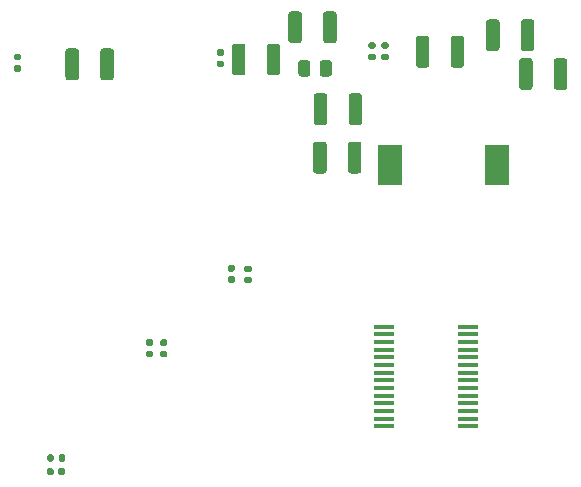
<source format=gbp>
%TF.GenerationSoftware,KiCad,Pcbnew,(5.1.10)-1*%
%TF.CreationDate,2021-07-14T15:21:17-07:00*%
%TF.ProjectId,laser,6c617365-722e-46b6-9963-61645f706362,rev?*%
%TF.SameCoordinates,Original*%
%TF.FileFunction,Paste,Bot*%
%TF.FilePolarity,Positive*%
%FSLAX46Y46*%
G04 Gerber Fmt 4.6, Leading zero omitted, Abs format (unit mm)*
G04 Created by KiCad (PCBNEW (5.1.10)-1) date 2021-07-14 15:21:17*
%MOMM*%
%LPD*%
G01*
G04 APERTURE LIST*
%ADD10R,1.800000X0.450000*%
%ADD11R,2.000000X3.500000*%
G04 APERTURE END LIST*
%TO.C,R202*%
G36*
G01*
X186180000Y-87250002D02*
X186180000Y-86349998D01*
G75*
G02*
X186429998Y-86100000I249998J0D01*
G01*
X186955002Y-86100000D01*
G75*
G02*
X187205000Y-86349998I0J-249998D01*
G01*
X187205000Y-87250002D01*
G75*
G02*
X186955002Y-87500000I-249998J0D01*
G01*
X186429998Y-87500000D01*
G75*
G02*
X186180000Y-87250002I0J249998D01*
G01*
G37*
G36*
G01*
X184355000Y-87250002D02*
X184355000Y-86349998D01*
G75*
G02*
X184604998Y-86100000I249998J0D01*
G01*
X185130002Y-86100000D01*
G75*
G02*
X185380000Y-86349998I0J-249998D01*
G01*
X185380000Y-87250002D01*
G75*
G02*
X185130002Y-87500000I-249998J0D01*
G01*
X184604998Y-87500000D01*
G75*
G02*
X184355000Y-87250002I0J249998D01*
G01*
G37*
%TD*%
%TO.C,C211*%
G36*
G01*
X188615000Y-91350001D02*
X188615000Y-89149999D01*
G75*
G02*
X188864999Y-88900000I249999J0D01*
G01*
X189515001Y-88900000D01*
G75*
G02*
X189765000Y-89149999I0J-249999D01*
G01*
X189765000Y-91350001D01*
G75*
G02*
X189515001Y-91600000I-249999J0D01*
G01*
X188864999Y-91600000D01*
G75*
G02*
X188615000Y-91350001I0J249999D01*
G01*
G37*
G36*
G01*
X185665000Y-91350001D02*
X185665000Y-89149999D01*
G75*
G02*
X185914999Y-88900000I249999J0D01*
G01*
X186565001Y-88900000D01*
G75*
G02*
X186815000Y-89149999I0J-249999D01*
G01*
X186815000Y-91350001D01*
G75*
G02*
X186565001Y-91600000I-249999J0D01*
G01*
X185914999Y-91600000D01*
G75*
G02*
X185665000Y-91350001I0J249999D01*
G01*
G37*
%TD*%
%TO.C,C209*%
G36*
G01*
X186755000Y-93249999D02*
X186755000Y-95450001D01*
G75*
G02*
X186505001Y-95700000I-249999J0D01*
G01*
X185854999Y-95700000D01*
G75*
G02*
X185605000Y-95450001I0J249999D01*
G01*
X185605000Y-93249999D01*
G75*
G02*
X185854999Y-93000000I249999J0D01*
G01*
X186505001Y-93000000D01*
G75*
G02*
X186755000Y-93249999I0J-249999D01*
G01*
G37*
G36*
G01*
X189705000Y-93249999D02*
X189705000Y-95450001D01*
G75*
G02*
X189455001Y-95700000I-249999J0D01*
G01*
X188804999Y-95700000D01*
G75*
G02*
X188555000Y-95450001I0J249999D01*
G01*
X188555000Y-93249999D01*
G75*
G02*
X188804999Y-93000000I249999J0D01*
G01*
X189455001Y-93000000D01*
G75*
G02*
X189705000Y-93249999I0J-249999D01*
G01*
G37*
%TD*%
%TO.C,C208*%
G36*
G01*
X186470000Y-84420001D02*
X186470000Y-82219999D01*
G75*
G02*
X186719999Y-81970000I249999J0D01*
G01*
X187370001Y-81970000D01*
G75*
G02*
X187620000Y-82219999I0J-249999D01*
G01*
X187620000Y-84420001D01*
G75*
G02*
X187370001Y-84670000I-249999J0D01*
G01*
X186719999Y-84670000D01*
G75*
G02*
X186470000Y-84420001I0J249999D01*
G01*
G37*
G36*
G01*
X183520000Y-84420001D02*
X183520000Y-82219999D01*
G75*
G02*
X183769999Y-81970000I249999J0D01*
G01*
X184420001Y-81970000D01*
G75*
G02*
X184670000Y-82219999I0J-249999D01*
G01*
X184670000Y-84420001D01*
G75*
G02*
X184420001Y-84670000I-249999J0D01*
G01*
X183769999Y-84670000D01*
G75*
G02*
X183520000Y-84420001I0J249999D01*
G01*
G37*
%TD*%
%TO.C,C204*%
G36*
G01*
X204200000Y-86179999D02*
X204200000Y-88380001D01*
G75*
G02*
X203950001Y-88630000I-249999J0D01*
G01*
X203299999Y-88630000D01*
G75*
G02*
X203050000Y-88380001I0J249999D01*
G01*
X203050000Y-86179999D01*
G75*
G02*
X203299999Y-85930000I249999J0D01*
G01*
X203950001Y-85930000D01*
G75*
G02*
X204200000Y-86179999I0J-249999D01*
G01*
G37*
G36*
G01*
X207150000Y-86179999D02*
X207150000Y-88380001D01*
G75*
G02*
X206900001Y-88630000I-249999J0D01*
G01*
X206249999Y-88630000D01*
G75*
G02*
X206000000Y-88380001I0J249999D01*
G01*
X206000000Y-86179999D01*
G75*
G02*
X206249999Y-85930000I249999J0D01*
G01*
X206900001Y-85930000D01*
G75*
G02*
X207150000Y-86179999I0J-249999D01*
G01*
G37*
%TD*%
%TO.C,C202*%
G36*
G01*
X195460000Y-84289999D02*
X195460000Y-86490001D01*
G75*
G02*
X195210001Y-86740000I-249999J0D01*
G01*
X194559999Y-86740000D01*
G75*
G02*
X194310000Y-86490001I0J249999D01*
G01*
X194310000Y-84289999D01*
G75*
G02*
X194559999Y-84040000I249999J0D01*
G01*
X195210001Y-84040000D01*
G75*
G02*
X195460000Y-84289999I0J-249999D01*
G01*
G37*
G36*
G01*
X198410000Y-84289999D02*
X198410000Y-86490001D01*
G75*
G02*
X198160001Y-86740000I-249999J0D01*
G01*
X197509999Y-86740000D01*
G75*
G02*
X197260000Y-86490001I0J249999D01*
G01*
X197260000Y-84289999D01*
G75*
G02*
X197509999Y-84040000I249999J0D01*
G01*
X198160001Y-84040000D01*
G75*
G02*
X198410000Y-84289999I0J-249999D01*
G01*
G37*
%TD*%
%TO.C,C201*%
G36*
G01*
X203200000Y-85100001D02*
X203200000Y-82899999D01*
G75*
G02*
X203449999Y-82650000I249999J0D01*
G01*
X204100001Y-82650000D01*
G75*
G02*
X204350000Y-82899999I0J-249999D01*
G01*
X204350000Y-85100001D01*
G75*
G02*
X204100001Y-85350000I-249999J0D01*
G01*
X203449999Y-85350000D01*
G75*
G02*
X203200000Y-85100001I0J249999D01*
G01*
G37*
G36*
G01*
X200250000Y-85100001D02*
X200250000Y-82899999D01*
G75*
G02*
X200499999Y-82650000I249999J0D01*
G01*
X201150001Y-82650000D01*
G75*
G02*
X201400000Y-82899999I0J-249999D01*
G01*
X201400000Y-85100001D01*
G75*
G02*
X201150001Y-85350000I-249999J0D01*
G01*
X200499999Y-85350000D01*
G75*
G02*
X200250000Y-85100001I0J249999D01*
G01*
G37*
%TD*%
%TO.C,C505*%
G36*
G01*
X171600000Y-109740000D02*
X171940000Y-109740000D01*
G75*
G02*
X172080000Y-109880000I0J-140000D01*
G01*
X172080000Y-110160000D01*
G75*
G02*
X171940000Y-110300000I-140000J0D01*
G01*
X171600000Y-110300000D01*
G75*
G02*
X171460000Y-110160000I0J140000D01*
G01*
X171460000Y-109880000D01*
G75*
G02*
X171600000Y-109740000I140000J0D01*
G01*
G37*
G36*
G01*
X171600000Y-110700000D02*
X171940000Y-110700000D01*
G75*
G02*
X172080000Y-110840000I0J-140000D01*
G01*
X172080000Y-111120000D01*
G75*
G02*
X171940000Y-111260000I-140000J0D01*
G01*
X171600000Y-111260000D01*
G75*
G02*
X171460000Y-111120000I0J140000D01*
G01*
X171460000Y-110840000D01*
G75*
G02*
X171600000Y-110700000I140000J0D01*
G01*
G37*
%TD*%
%TO.C,C506*%
G36*
G01*
X178530000Y-104400000D02*
X178870000Y-104400000D01*
G75*
G02*
X179010000Y-104540000I0J-140000D01*
G01*
X179010000Y-104820000D01*
G75*
G02*
X178870000Y-104960000I-140000J0D01*
G01*
X178530000Y-104960000D01*
G75*
G02*
X178390000Y-104820000I0J140000D01*
G01*
X178390000Y-104540000D01*
G75*
G02*
X178530000Y-104400000I140000J0D01*
G01*
G37*
G36*
G01*
X178530000Y-103440000D02*
X178870000Y-103440000D01*
G75*
G02*
X179010000Y-103580000I0J-140000D01*
G01*
X179010000Y-103860000D01*
G75*
G02*
X178870000Y-104000000I-140000J0D01*
G01*
X178530000Y-104000000D01*
G75*
G02*
X178390000Y-103860000I0J140000D01*
G01*
X178390000Y-103580000D01*
G75*
G02*
X178530000Y-103440000I140000J0D01*
G01*
G37*
%TD*%
%TO.C,C206*%
G36*
G01*
X190770000Y-85150000D02*
X190430000Y-85150000D01*
G75*
G02*
X190290000Y-85010000I0J140000D01*
G01*
X190290000Y-84730000D01*
G75*
G02*
X190430000Y-84590000I140000J0D01*
G01*
X190770000Y-84590000D01*
G75*
G02*
X190910000Y-84730000I0J-140000D01*
G01*
X190910000Y-85010000D01*
G75*
G02*
X190770000Y-85150000I-140000J0D01*
G01*
G37*
G36*
G01*
X190770000Y-86110000D02*
X190430000Y-86110000D01*
G75*
G02*
X190290000Y-85970000I0J140000D01*
G01*
X190290000Y-85690000D01*
G75*
G02*
X190430000Y-85550000I140000J0D01*
G01*
X190770000Y-85550000D01*
G75*
G02*
X190910000Y-85690000I0J-140000D01*
G01*
X190910000Y-85970000D01*
G75*
G02*
X190770000Y-86110000I-140000J0D01*
G01*
G37*
%TD*%
%TO.C,C210*%
G36*
G01*
X191870000Y-86110000D02*
X191530000Y-86110000D01*
G75*
G02*
X191390000Y-85970000I0J140000D01*
G01*
X191390000Y-85690000D01*
G75*
G02*
X191530000Y-85550000I140000J0D01*
G01*
X191870000Y-85550000D01*
G75*
G02*
X192010000Y-85690000I0J-140000D01*
G01*
X192010000Y-85970000D01*
G75*
G02*
X191870000Y-86110000I-140000J0D01*
G01*
G37*
G36*
G01*
X191870000Y-85150000D02*
X191530000Y-85150000D01*
G75*
G02*
X191390000Y-85010000I0J140000D01*
G01*
X191390000Y-84730000D01*
G75*
G02*
X191530000Y-84590000I140000J0D01*
G01*
X191870000Y-84590000D01*
G75*
G02*
X192010000Y-84730000I0J-140000D01*
G01*
X192010000Y-85010000D01*
G75*
G02*
X191870000Y-85150000I-140000J0D01*
G01*
G37*
%TD*%
%TO.C,C307*%
G36*
G01*
X160760000Y-86110000D02*
X160420000Y-86110000D01*
G75*
G02*
X160280000Y-85970000I0J140000D01*
G01*
X160280000Y-85690000D01*
G75*
G02*
X160420000Y-85550000I140000J0D01*
G01*
X160760000Y-85550000D01*
G75*
G02*
X160900000Y-85690000I0J-140000D01*
G01*
X160900000Y-85970000D01*
G75*
G02*
X160760000Y-86110000I-140000J0D01*
G01*
G37*
G36*
G01*
X160760000Y-87070000D02*
X160420000Y-87070000D01*
G75*
G02*
X160280000Y-86930000I0J140000D01*
G01*
X160280000Y-86650000D01*
G75*
G02*
X160420000Y-86510000I140000J0D01*
G01*
X160760000Y-86510000D01*
G75*
G02*
X160900000Y-86650000I0J-140000D01*
G01*
X160900000Y-86930000D01*
G75*
G02*
X160760000Y-87070000I-140000J0D01*
G01*
G37*
%TD*%
%TO.C,C308*%
G36*
G01*
X177930000Y-85740000D02*
X177590000Y-85740000D01*
G75*
G02*
X177450000Y-85600000I0J140000D01*
G01*
X177450000Y-85320000D01*
G75*
G02*
X177590000Y-85180000I140000J0D01*
G01*
X177930000Y-85180000D01*
G75*
G02*
X178070000Y-85320000I0J-140000D01*
G01*
X178070000Y-85600000D01*
G75*
G02*
X177930000Y-85740000I-140000J0D01*
G01*
G37*
G36*
G01*
X177930000Y-86700000D02*
X177590000Y-86700000D01*
G75*
G02*
X177450000Y-86560000I0J140000D01*
G01*
X177450000Y-86280000D01*
G75*
G02*
X177590000Y-86140000I140000J0D01*
G01*
X177930000Y-86140000D01*
G75*
G02*
X178070000Y-86280000I0J-140000D01*
G01*
X178070000Y-86560000D01*
G75*
G02*
X177930000Y-86700000I-140000J0D01*
G01*
G37*
%TD*%
%TO.C,C403*%
G36*
G01*
X164630000Y-119620000D02*
X164630000Y-119960000D01*
G75*
G02*
X164490000Y-120100000I-140000J0D01*
G01*
X164210000Y-120100000D01*
G75*
G02*
X164070000Y-119960000I0J140000D01*
G01*
X164070000Y-119620000D01*
G75*
G02*
X164210000Y-119480000I140000J0D01*
G01*
X164490000Y-119480000D01*
G75*
G02*
X164630000Y-119620000I0J-140000D01*
G01*
G37*
G36*
G01*
X163670000Y-119620000D02*
X163670000Y-119960000D01*
G75*
G02*
X163530000Y-120100000I-140000J0D01*
G01*
X163250000Y-120100000D01*
G75*
G02*
X163110000Y-119960000I0J140000D01*
G01*
X163110000Y-119620000D01*
G75*
G02*
X163250000Y-119480000I140000J0D01*
G01*
X163530000Y-119480000D01*
G75*
G02*
X163670000Y-119620000I0J-140000D01*
G01*
G37*
%TD*%
%TO.C,C404*%
G36*
G01*
X163640000Y-120780000D02*
X163640000Y-121120000D01*
G75*
G02*
X163500000Y-121260000I-140000J0D01*
G01*
X163220000Y-121260000D01*
G75*
G02*
X163080000Y-121120000I0J140000D01*
G01*
X163080000Y-120780000D01*
G75*
G02*
X163220000Y-120640000I140000J0D01*
G01*
X163500000Y-120640000D01*
G75*
G02*
X163640000Y-120780000I0J-140000D01*
G01*
G37*
G36*
G01*
X164600000Y-120780000D02*
X164600000Y-121120000D01*
G75*
G02*
X164460000Y-121260000I-140000J0D01*
G01*
X164180000Y-121260000D01*
G75*
G02*
X164040000Y-121120000I0J140000D01*
G01*
X164040000Y-120780000D01*
G75*
G02*
X164180000Y-120640000I140000J0D01*
G01*
X164460000Y-120640000D01*
G75*
G02*
X164600000Y-120780000I0J-140000D01*
G01*
G37*
%TD*%
%TO.C,C504*%
G36*
G01*
X172800000Y-109750000D02*
X173140000Y-109750000D01*
G75*
G02*
X173280000Y-109890000I0J-140000D01*
G01*
X173280000Y-110170000D01*
G75*
G02*
X173140000Y-110310000I-140000J0D01*
G01*
X172800000Y-110310000D01*
G75*
G02*
X172660000Y-110170000I0J140000D01*
G01*
X172660000Y-109890000D01*
G75*
G02*
X172800000Y-109750000I140000J0D01*
G01*
G37*
G36*
G01*
X172800000Y-110710000D02*
X173140000Y-110710000D01*
G75*
G02*
X173280000Y-110850000I0J-140000D01*
G01*
X173280000Y-111130000D01*
G75*
G02*
X173140000Y-111270000I-140000J0D01*
G01*
X172800000Y-111270000D01*
G75*
G02*
X172660000Y-111130000I0J140000D01*
G01*
X172660000Y-110850000D01*
G75*
G02*
X172800000Y-110710000I140000J0D01*
G01*
G37*
%TD*%
%TO.C,C507*%
G36*
G01*
X179930000Y-103490000D02*
X180270000Y-103490000D01*
G75*
G02*
X180410000Y-103630000I0J-140000D01*
G01*
X180410000Y-103910000D01*
G75*
G02*
X180270000Y-104050000I-140000J0D01*
G01*
X179930000Y-104050000D01*
G75*
G02*
X179790000Y-103910000I0J140000D01*
G01*
X179790000Y-103630000D01*
G75*
G02*
X179930000Y-103490000I140000J0D01*
G01*
G37*
G36*
G01*
X179930000Y-104450000D02*
X180270000Y-104450000D01*
G75*
G02*
X180410000Y-104590000I0J-140000D01*
G01*
X180410000Y-104870000D01*
G75*
G02*
X180270000Y-105010000I-140000J0D01*
G01*
X179930000Y-105010000D01*
G75*
G02*
X179790000Y-104870000I0J140000D01*
G01*
X179790000Y-104590000D01*
G75*
G02*
X179930000Y-104450000I140000J0D01*
G01*
G37*
%TD*%
D10*
%TO.C,IC602*%
X191640000Y-117115000D03*
X191640000Y-116465000D03*
X191640000Y-115815000D03*
X191640000Y-115165000D03*
X191640000Y-114515000D03*
X191640000Y-113865000D03*
X191640000Y-113215000D03*
X191640000Y-112565000D03*
X191640000Y-111915000D03*
X191640000Y-111265000D03*
X191640000Y-110615000D03*
X191640000Y-109965000D03*
X191640000Y-109315000D03*
X191640000Y-108665000D03*
X198740000Y-108665000D03*
X198740000Y-109315000D03*
X198740000Y-109965000D03*
X198740000Y-110615000D03*
X198740000Y-111265000D03*
X198740000Y-111915000D03*
X198740000Y-112565000D03*
X198740000Y-113215000D03*
X198740000Y-113865000D03*
X198740000Y-114515000D03*
X198740000Y-115165000D03*
X198740000Y-115815000D03*
X198740000Y-116465000D03*
X198740000Y-117115000D03*
%TD*%
D11*
%TO.C,L201*%
X201160000Y-94970000D03*
X192160000Y-94970000D03*
%TD*%
%TO.C,C305*%
G36*
G01*
X168750000Y-85359999D02*
X168750000Y-87560001D01*
G75*
G02*
X168500001Y-87810000I-249999J0D01*
G01*
X167849999Y-87810000D01*
G75*
G02*
X167600000Y-87560001I0J249999D01*
G01*
X167600000Y-85359999D01*
G75*
G02*
X167849999Y-85110000I249999J0D01*
G01*
X168500001Y-85110000D01*
G75*
G02*
X168750000Y-85359999I0J-249999D01*
G01*
G37*
G36*
G01*
X165800000Y-85359999D02*
X165800000Y-87560001D01*
G75*
G02*
X165550001Y-87810000I-249999J0D01*
G01*
X164899999Y-87810000D01*
G75*
G02*
X164650000Y-87560001I0J249999D01*
G01*
X164650000Y-85359999D01*
G75*
G02*
X164899999Y-85110000I249999J0D01*
G01*
X165550001Y-85110000D01*
G75*
G02*
X165800000Y-85359999I0J-249999D01*
G01*
G37*
%TD*%
%TO.C,C306*%
G36*
G01*
X179890000Y-84949999D02*
X179890000Y-87150001D01*
G75*
G02*
X179640001Y-87400000I-249999J0D01*
G01*
X178989999Y-87400000D01*
G75*
G02*
X178740000Y-87150001I0J249999D01*
G01*
X178740000Y-84949999D01*
G75*
G02*
X178989999Y-84700000I249999J0D01*
G01*
X179640001Y-84700000D01*
G75*
G02*
X179890000Y-84949999I0J-249999D01*
G01*
G37*
G36*
G01*
X182840000Y-84949999D02*
X182840000Y-87150001D01*
G75*
G02*
X182590001Y-87400000I-249999J0D01*
G01*
X181939999Y-87400000D01*
G75*
G02*
X181690000Y-87150001I0J249999D01*
G01*
X181690000Y-84949999D01*
G75*
G02*
X181939999Y-84700000I249999J0D01*
G01*
X182590001Y-84700000D01*
G75*
G02*
X182840000Y-84949999I0J-249999D01*
G01*
G37*
%TD*%
M02*

</source>
